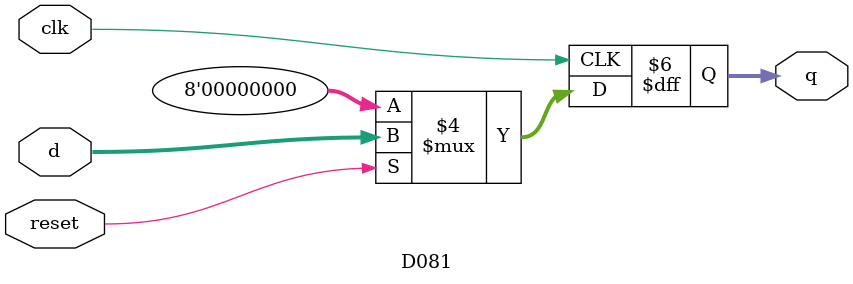
<source format=v>
module D081 (clk,
             reset,     // Synchronous reset
              d,
              q );

              input clk ,reset;
              input [7:0]d;
              output [7:0] q;
           reg q;
           
    always @ (posedge clk)
    begin
        if (reset !=  0)
        begin
            q <= d;
        end
        else
           q <= 0;
    end
    
endmodule

</source>
